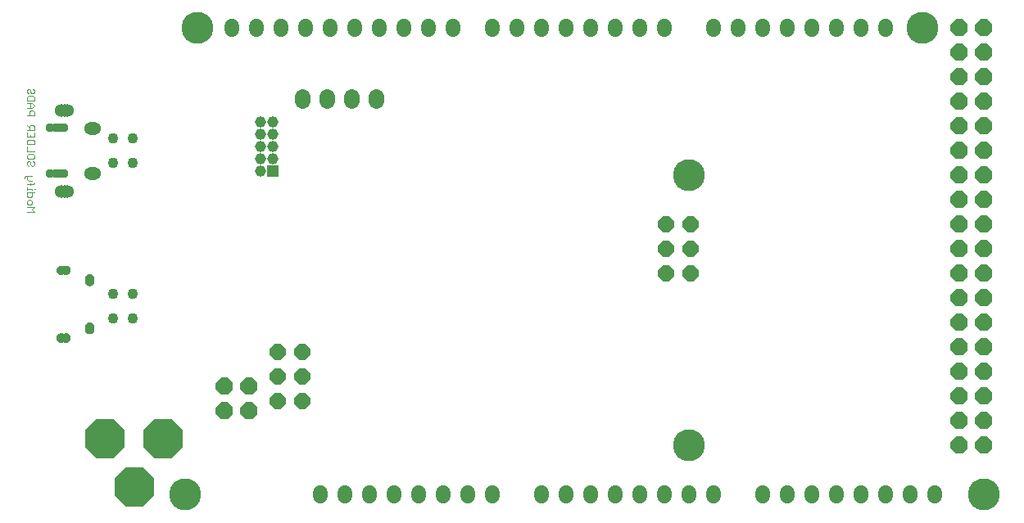
<source format=gbr>
G04 EAGLE Gerber RS-274X export*
G75*
%MOMM*%
%FSLAX34Y34*%
%LPD*%
%INSoldermask Bottom*%
%IPPOS*%
%AMOC8*
5,1,8,0,0,1.08239X$1,22.5*%
G01*
%ADD10C,3.301600*%
%ADD11P,1.787675X8X292.500000*%
%ADD12C,1.524000*%
%ADD13P,4.439531X8X202.500000*%
%ADD14P,4.439531X8X112.500000*%
%ADD15C,2.051600*%
%ADD16P,1.924489X8X292.500000*%
%ADD17C,1.358800*%
%ADD18C,1.371600*%
%ADD19C,0.076200*%
%ADD20C,0.951600*%
%ADD21P,1.787675X8X112.500000*%
%ADD22P,1.924489X8X202.500000*%
%ADD23R,1.158800X1.158800*%
%ADD24C,1.158800*%
%ADD25C,0.475000*%
%ADD26C,1.601600*%
%ADD27C,1.101600*%


D10*
X965200Y25400D03*
X152400Y508000D03*
X901700Y508000D03*
X139700Y25400D03*
X660400Y355600D03*
X660400Y76200D03*
D11*
X636270Y304800D03*
X661670Y304800D03*
X636270Y279400D03*
X661670Y279400D03*
X636270Y254000D03*
X661670Y254000D03*
D12*
X635000Y506222D02*
X635000Y509778D01*
X609600Y509778D02*
X609600Y506222D01*
X584200Y506222D02*
X584200Y509778D01*
X558800Y509778D02*
X558800Y506222D01*
X533400Y506222D02*
X533400Y509778D01*
X508000Y509778D02*
X508000Y506222D01*
X482600Y506222D02*
X482600Y509778D01*
X457200Y509778D02*
X457200Y506222D01*
X416560Y506222D02*
X416560Y509778D01*
X391160Y509778D02*
X391160Y506222D01*
X365760Y506222D02*
X365760Y509778D01*
X340360Y509778D02*
X340360Y506222D01*
X314960Y506222D02*
X314960Y509778D01*
X289560Y509778D02*
X289560Y506222D01*
X264160Y506222D02*
X264160Y509778D01*
X238760Y509778D02*
X238760Y506222D01*
X213360Y506222D02*
X213360Y509778D01*
X187960Y509778D02*
X187960Y506222D01*
D13*
X86868Y33020D03*
D14*
X116840Y83058D03*
X56896Y83058D03*
D15*
X94488Y33020D03*
X79248Y33020D03*
X56896Y75438D03*
X56896Y90678D03*
X116840Y75438D03*
X116840Y90678D03*
D12*
X279400Y27178D02*
X279400Y23622D01*
X304800Y23622D02*
X304800Y27178D01*
X330200Y27178D02*
X330200Y23622D01*
X355600Y23622D02*
X355600Y27178D01*
X381000Y27178D02*
X381000Y23622D01*
X406400Y23622D02*
X406400Y27178D01*
X431800Y27178D02*
X431800Y23622D01*
X457200Y23622D02*
X457200Y27178D01*
X508000Y27178D02*
X508000Y23622D01*
X533400Y23622D02*
X533400Y27178D01*
X558800Y27178D02*
X558800Y23622D01*
X584200Y23622D02*
X584200Y27178D01*
X609600Y27178D02*
X609600Y23622D01*
X635000Y23622D02*
X635000Y27178D01*
X660400Y27178D02*
X660400Y23622D01*
X685800Y23622D02*
X685800Y27178D01*
X685800Y506222D02*
X685800Y509778D01*
X711200Y509778D02*
X711200Y506222D01*
X736600Y506222D02*
X736600Y509778D01*
X762000Y509778D02*
X762000Y506222D01*
X787400Y506222D02*
X787400Y509778D01*
X812800Y509778D02*
X812800Y506222D01*
X838200Y506222D02*
X838200Y509778D01*
X863600Y509778D02*
X863600Y506222D01*
X736600Y27178D02*
X736600Y23622D01*
X762000Y23622D02*
X762000Y27178D01*
X787400Y27178D02*
X787400Y23622D01*
X812800Y23622D02*
X812800Y27178D01*
X838200Y27178D02*
X838200Y23622D01*
X863600Y23622D02*
X863600Y27178D01*
X889000Y27178D02*
X889000Y23622D01*
X914400Y23622D02*
X914400Y27178D01*
D16*
X939800Y508000D03*
X965200Y508000D03*
X939800Y482600D03*
X965200Y482600D03*
X939800Y457200D03*
X965200Y457200D03*
X939800Y431800D03*
X965200Y431800D03*
X939800Y406400D03*
X965200Y406400D03*
X939800Y381000D03*
X965200Y381000D03*
X939800Y355600D03*
X965200Y355600D03*
X939800Y330200D03*
X965200Y330200D03*
X939800Y304800D03*
X965200Y304800D03*
X939800Y279400D03*
X965200Y279400D03*
X939800Y254000D03*
X965200Y254000D03*
X939800Y228600D03*
X965200Y228600D03*
X939800Y203200D03*
X965200Y203200D03*
X939800Y177800D03*
X965200Y177800D03*
X939800Y152400D03*
X965200Y152400D03*
X939800Y127000D03*
X965200Y127000D03*
X939800Y101600D03*
X965200Y101600D03*
X939800Y76200D03*
X965200Y76200D03*
D17*
X17526Y422750D03*
X14732Y422750D03*
X11938Y422750D03*
X17526Y339250D03*
X14732Y339250D03*
X11938Y339250D03*
D18*
X45470Y404500D03*
X42470Y404500D03*
X45470Y357500D03*
X42470Y357500D03*
D19*
X-16377Y317881D02*
X-23749Y317881D01*
X-18834Y320338D02*
X-16377Y317881D01*
X-18834Y320338D02*
X-16377Y322796D01*
X-23749Y322796D01*
X-23749Y326594D02*
X-23749Y329051D01*
X-22520Y330280D01*
X-20063Y330280D01*
X-18834Y329051D01*
X-18834Y326594D01*
X-20063Y325365D01*
X-22520Y325365D01*
X-23749Y326594D01*
X-23749Y337764D02*
X-16377Y337764D01*
X-23749Y337764D02*
X-23749Y334078D01*
X-22520Y332849D01*
X-20063Y332849D01*
X-18834Y334078D01*
X-18834Y337764D01*
X-18834Y340333D02*
X-18834Y341562D01*
X-23749Y341562D01*
X-23749Y340333D02*
X-23749Y342791D01*
X-16377Y341562D02*
X-15148Y341562D01*
X-17605Y346552D02*
X-23749Y346552D01*
X-17605Y346552D02*
X-16377Y347780D01*
X-20063Y347780D02*
X-20063Y345323D01*
X-18834Y350312D02*
X-22520Y350312D01*
X-23749Y351541D01*
X-23749Y355227D01*
X-24978Y355227D02*
X-18834Y355227D01*
X-24978Y355227D02*
X-26206Y353998D01*
X-26206Y352770D01*
X-16377Y368967D02*
X-17605Y370196D01*
X-16377Y368967D02*
X-16377Y366509D01*
X-17605Y365281D01*
X-18834Y365281D01*
X-20063Y366509D01*
X-20063Y368967D01*
X-21292Y370196D01*
X-22520Y370196D01*
X-23749Y368967D01*
X-23749Y366509D01*
X-22520Y365281D01*
X-16377Y373994D02*
X-16377Y376451D01*
X-16377Y373994D02*
X-17605Y372765D01*
X-22520Y372765D01*
X-23749Y373994D01*
X-23749Y376451D01*
X-22520Y377680D01*
X-17605Y377680D01*
X-16377Y376451D01*
X-16377Y380249D02*
X-23749Y380249D01*
X-23749Y385164D01*
X-23749Y387733D02*
X-16377Y387733D01*
X-23749Y387733D02*
X-23749Y391419D01*
X-22520Y392648D01*
X-17605Y392648D01*
X-16377Y391419D01*
X-16377Y387733D01*
X-16377Y395217D02*
X-16377Y400132D01*
X-16377Y395217D02*
X-23749Y395217D01*
X-23749Y400132D01*
X-20063Y397675D02*
X-20063Y395217D01*
X-23749Y402701D02*
X-16377Y402701D01*
X-16377Y406388D01*
X-17605Y407616D01*
X-20063Y407616D01*
X-21292Y406388D01*
X-21292Y402701D01*
X-21292Y405159D02*
X-23749Y407616D01*
X-23749Y417670D02*
X-16377Y417670D01*
X-16377Y421356D01*
X-17605Y422585D01*
X-20063Y422585D01*
X-21292Y421356D01*
X-21292Y417670D01*
X-23749Y425154D02*
X-18834Y425154D01*
X-16377Y427611D01*
X-18834Y430069D01*
X-23749Y430069D01*
X-20063Y430069D02*
X-20063Y425154D01*
X-16377Y432638D02*
X-23749Y432638D01*
X-23749Y436324D01*
X-22520Y437553D01*
X-17605Y437553D01*
X-16377Y436324D01*
X-16377Y432638D01*
X-16377Y443808D02*
X-17605Y445037D01*
X-16377Y443808D02*
X-16377Y441351D01*
X-17605Y440122D01*
X-18834Y440122D01*
X-20063Y441351D01*
X-20063Y443808D01*
X-21292Y445037D01*
X-22520Y445037D01*
X-23749Y443808D01*
X-23749Y441351D01*
X-22520Y440122D01*
D20*
X13970Y404750D03*
X13970Y357250D03*
X-30Y404750D03*
X-30Y357250D03*
X9970Y404750D03*
X9970Y357250D03*
X5970Y357250D03*
X5970Y404750D03*
D21*
X260588Y121920D03*
X235188Y121920D03*
X260588Y147320D03*
X235188Y147320D03*
X260588Y172720D03*
X235188Y172720D03*
D22*
X205756Y137668D03*
X205756Y112268D03*
X180356Y137668D03*
X180356Y112268D03*
D23*
X229870Y359664D03*
D24*
X217170Y359664D03*
X229870Y372364D03*
X217170Y372364D03*
X229870Y385064D03*
X217170Y385064D03*
X229870Y397764D03*
X217170Y397764D03*
X229870Y410464D03*
X217170Y410464D03*
D25*
X38519Y248412D02*
X38521Y248509D01*
X38527Y248606D01*
X38537Y248702D01*
X38551Y248798D01*
X38568Y248893D01*
X38590Y248988D01*
X38615Y249081D01*
X38644Y249174D01*
X38677Y249265D01*
X38714Y249354D01*
X38754Y249442D01*
X38798Y249529D01*
X38845Y249613D01*
X38896Y249696D01*
X38950Y249776D01*
X39007Y249855D01*
X39068Y249930D01*
X39131Y250004D01*
X39198Y250074D01*
X39267Y250142D01*
X39339Y250207D01*
X39413Y250269D01*
X39490Y250328D01*
X39569Y250383D01*
X39651Y250436D01*
X39735Y250485D01*
X39820Y250530D01*
X39907Y250572D01*
X39996Y250611D01*
X40087Y250646D01*
X40179Y250677D01*
X40272Y250704D01*
X40366Y250727D01*
X40460Y250747D01*
X40556Y250763D01*
X40652Y250775D01*
X40749Y250783D01*
X40846Y250787D01*
X40942Y250787D01*
X41039Y250783D01*
X41136Y250775D01*
X41232Y250763D01*
X41328Y250747D01*
X41422Y250727D01*
X41516Y250704D01*
X41609Y250677D01*
X41701Y250646D01*
X41792Y250611D01*
X41881Y250572D01*
X41968Y250530D01*
X42053Y250485D01*
X42137Y250436D01*
X42219Y250383D01*
X42298Y250328D01*
X42375Y250269D01*
X42449Y250207D01*
X42521Y250142D01*
X42590Y250074D01*
X42657Y250004D01*
X42720Y249930D01*
X42781Y249855D01*
X42838Y249776D01*
X42892Y249696D01*
X42943Y249613D01*
X42990Y249529D01*
X43034Y249442D01*
X43074Y249354D01*
X43111Y249265D01*
X43144Y249174D01*
X43173Y249081D01*
X43198Y248988D01*
X43220Y248893D01*
X43237Y248798D01*
X43251Y248702D01*
X43261Y248606D01*
X43267Y248509D01*
X43269Y248412D01*
X43267Y248315D01*
X43261Y248218D01*
X43251Y248122D01*
X43237Y248026D01*
X43220Y247931D01*
X43198Y247836D01*
X43173Y247743D01*
X43144Y247650D01*
X43111Y247559D01*
X43074Y247470D01*
X43034Y247382D01*
X42990Y247295D01*
X42943Y247211D01*
X42892Y247128D01*
X42838Y247048D01*
X42781Y246969D01*
X42720Y246894D01*
X42657Y246820D01*
X42590Y246750D01*
X42521Y246682D01*
X42449Y246617D01*
X42375Y246555D01*
X42298Y246496D01*
X42219Y246441D01*
X42137Y246388D01*
X42053Y246339D01*
X41968Y246294D01*
X41881Y246252D01*
X41792Y246213D01*
X41701Y246178D01*
X41609Y246147D01*
X41516Y246120D01*
X41422Y246097D01*
X41328Y246077D01*
X41232Y246061D01*
X41136Y246049D01*
X41039Y246041D01*
X40942Y246037D01*
X40846Y246037D01*
X40749Y246041D01*
X40652Y246049D01*
X40556Y246061D01*
X40460Y246077D01*
X40366Y246097D01*
X40272Y246120D01*
X40179Y246147D01*
X40087Y246178D01*
X39996Y246213D01*
X39907Y246252D01*
X39820Y246294D01*
X39735Y246339D01*
X39651Y246388D01*
X39569Y246441D01*
X39490Y246496D01*
X39413Y246555D01*
X39339Y246617D01*
X39267Y246682D01*
X39198Y246750D01*
X39131Y246820D01*
X39068Y246894D01*
X39007Y246969D01*
X38950Y247048D01*
X38896Y247128D01*
X38845Y247211D01*
X38798Y247295D01*
X38754Y247382D01*
X38714Y247470D01*
X38677Y247559D01*
X38644Y247650D01*
X38615Y247743D01*
X38590Y247836D01*
X38568Y247931D01*
X38551Y248026D01*
X38537Y248122D01*
X38527Y248218D01*
X38521Y248315D01*
X38519Y248412D01*
X38519Y245872D02*
X38521Y245969D01*
X38527Y246066D01*
X38537Y246162D01*
X38551Y246258D01*
X38568Y246353D01*
X38590Y246448D01*
X38615Y246541D01*
X38644Y246634D01*
X38677Y246725D01*
X38714Y246814D01*
X38754Y246902D01*
X38798Y246989D01*
X38845Y247073D01*
X38896Y247156D01*
X38950Y247236D01*
X39007Y247315D01*
X39068Y247390D01*
X39131Y247464D01*
X39198Y247534D01*
X39267Y247602D01*
X39339Y247667D01*
X39413Y247729D01*
X39490Y247788D01*
X39569Y247843D01*
X39651Y247896D01*
X39735Y247945D01*
X39820Y247990D01*
X39907Y248032D01*
X39996Y248071D01*
X40087Y248106D01*
X40179Y248137D01*
X40272Y248164D01*
X40366Y248187D01*
X40460Y248207D01*
X40556Y248223D01*
X40652Y248235D01*
X40749Y248243D01*
X40846Y248247D01*
X40942Y248247D01*
X41039Y248243D01*
X41136Y248235D01*
X41232Y248223D01*
X41328Y248207D01*
X41422Y248187D01*
X41516Y248164D01*
X41609Y248137D01*
X41701Y248106D01*
X41792Y248071D01*
X41881Y248032D01*
X41968Y247990D01*
X42053Y247945D01*
X42137Y247896D01*
X42219Y247843D01*
X42298Y247788D01*
X42375Y247729D01*
X42449Y247667D01*
X42521Y247602D01*
X42590Y247534D01*
X42657Y247464D01*
X42720Y247390D01*
X42781Y247315D01*
X42838Y247236D01*
X42892Y247156D01*
X42943Y247073D01*
X42990Y246989D01*
X43034Y246902D01*
X43074Y246814D01*
X43111Y246725D01*
X43144Y246634D01*
X43173Y246541D01*
X43198Y246448D01*
X43220Y246353D01*
X43237Y246258D01*
X43251Y246162D01*
X43261Y246066D01*
X43267Y245969D01*
X43269Y245872D01*
X43267Y245775D01*
X43261Y245678D01*
X43251Y245582D01*
X43237Y245486D01*
X43220Y245391D01*
X43198Y245296D01*
X43173Y245203D01*
X43144Y245110D01*
X43111Y245019D01*
X43074Y244930D01*
X43034Y244842D01*
X42990Y244755D01*
X42943Y244671D01*
X42892Y244588D01*
X42838Y244508D01*
X42781Y244429D01*
X42720Y244354D01*
X42657Y244280D01*
X42590Y244210D01*
X42521Y244142D01*
X42449Y244077D01*
X42375Y244015D01*
X42298Y243956D01*
X42219Y243901D01*
X42137Y243848D01*
X42053Y243799D01*
X41968Y243754D01*
X41881Y243712D01*
X41792Y243673D01*
X41701Y243638D01*
X41609Y243607D01*
X41516Y243580D01*
X41422Y243557D01*
X41328Y243537D01*
X41232Y243521D01*
X41136Y243509D01*
X41039Y243501D01*
X40942Y243497D01*
X40846Y243497D01*
X40749Y243501D01*
X40652Y243509D01*
X40556Y243521D01*
X40460Y243537D01*
X40366Y243557D01*
X40272Y243580D01*
X40179Y243607D01*
X40087Y243638D01*
X39996Y243673D01*
X39907Y243712D01*
X39820Y243754D01*
X39735Y243799D01*
X39651Y243848D01*
X39569Y243901D01*
X39490Y243956D01*
X39413Y244015D01*
X39339Y244077D01*
X39267Y244142D01*
X39198Y244210D01*
X39131Y244280D01*
X39068Y244354D01*
X39007Y244429D01*
X38950Y244508D01*
X38896Y244588D01*
X38845Y244671D01*
X38798Y244755D01*
X38754Y244842D01*
X38714Y244930D01*
X38677Y245019D01*
X38644Y245110D01*
X38615Y245203D01*
X38590Y245296D01*
X38568Y245391D01*
X38551Y245486D01*
X38537Y245582D01*
X38527Y245678D01*
X38521Y245775D01*
X38519Y245872D01*
X38519Y198628D02*
X38521Y198725D01*
X38527Y198822D01*
X38537Y198918D01*
X38551Y199014D01*
X38568Y199109D01*
X38590Y199204D01*
X38615Y199297D01*
X38644Y199390D01*
X38677Y199481D01*
X38714Y199570D01*
X38754Y199658D01*
X38798Y199745D01*
X38845Y199829D01*
X38896Y199912D01*
X38950Y199992D01*
X39007Y200071D01*
X39068Y200146D01*
X39131Y200220D01*
X39198Y200290D01*
X39267Y200358D01*
X39339Y200423D01*
X39413Y200485D01*
X39490Y200544D01*
X39569Y200599D01*
X39651Y200652D01*
X39735Y200701D01*
X39820Y200746D01*
X39907Y200788D01*
X39996Y200827D01*
X40087Y200862D01*
X40179Y200893D01*
X40272Y200920D01*
X40366Y200943D01*
X40460Y200963D01*
X40556Y200979D01*
X40652Y200991D01*
X40749Y200999D01*
X40846Y201003D01*
X40942Y201003D01*
X41039Y200999D01*
X41136Y200991D01*
X41232Y200979D01*
X41328Y200963D01*
X41422Y200943D01*
X41516Y200920D01*
X41609Y200893D01*
X41701Y200862D01*
X41792Y200827D01*
X41881Y200788D01*
X41968Y200746D01*
X42053Y200701D01*
X42137Y200652D01*
X42219Y200599D01*
X42298Y200544D01*
X42375Y200485D01*
X42449Y200423D01*
X42521Y200358D01*
X42590Y200290D01*
X42657Y200220D01*
X42720Y200146D01*
X42781Y200071D01*
X42838Y199992D01*
X42892Y199912D01*
X42943Y199829D01*
X42990Y199745D01*
X43034Y199658D01*
X43074Y199570D01*
X43111Y199481D01*
X43144Y199390D01*
X43173Y199297D01*
X43198Y199204D01*
X43220Y199109D01*
X43237Y199014D01*
X43251Y198918D01*
X43261Y198822D01*
X43267Y198725D01*
X43269Y198628D01*
X43267Y198531D01*
X43261Y198434D01*
X43251Y198338D01*
X43237Y198242D01*
X43220Y198147D01*
X43198Y198052D01*
X43173Y197959D01*
X43144Y197866D01*
X43111Y197775D01*
X43074Y197686D01*
X43034Y197598D01*
X42990Y197511D01*
X42943Y197427D01*
X42892Y197344D01*
X42838Y197264D01*
X42781Y197185D01*
X42720Y197110D01*
X42657Y197036D01*
X42590Y196966D01*
X42521Y196898D01*
X42449Y196833D01*
X42375Y196771D01*
X42298Y196712D01*
X42219Y196657D01*
X42137Y196604D01*
X42053Y196555D01*
X41968Y196510D01*
X41881Y196468D01*
X41792Y196429D01*
X41701Y196394D01*
X41609Y196363D01*
X41516Y196336D01*
X41422Y196313D01*
X41328Y196293D01*
X41232Y196277D01*
X41136Y196265D01*
X41039Y196257D01*
X40942Y196253D01*
X40846Y196253D01*
X40749Y196257D01*
X40652Y196265D01*
X40556Y196277D01*
X40460Y196293D01*
X40366Y196313D01*
X40272Y196336D01*
X40179Y196363D01*
X40087Y196394D01*
X39996Y196429D01*
X39907Y196468D01*
X39820Y196510D01*
X39735Y196555D01*
X39651Y196604D01*
X39569Y196657D01*
X39490Y196712D01*
X39413Y196771D01*
X39339Y196833D01*
X39267Y196898D01*
X39198Y196966D01*
X39131Y197036D01*
X39068Y197110D01*
X39007Y197185D01*
X38950Y197264D01*
X38896Y197344D01*
X38845Y197427D01*
X38798Y197511D01*
X38754Y197598D01*
X38714Y197686D01*
X38677Y197775D01*
X38644Y197866D01*
X38615Y197959D01*
X38590Y198052D01*
X38568Y198147D01*
X38551Y198242D01*
X38537Y198338D01*
X38527Y198434D01*
X38521Y198531D01*
X38519Y198628D01*
X38519Y196088D02*
X38521Y196185D01*
X38527Y196282D01*
X38537Y196378D01*
X38551Y196474D01*
X38568Y196569D01*
X38590Y196664D01*
X38615Y196757D01*
X38644Y196850D01*
X38677Y196941D01*
X38714Y197030D01*
X38754Y197118D01*
X38798Y197205D01*
X38845Y197289D01*
X38896Y197372D01*
X38950Y197452D01*
X39007Y197531D01*
X39068Y197606D01*
X39131Y197680D01*
X39198Y197750D01*
X39267Y197818D01*
X39339Y197883D01*
X39413Y197945D01*
X39490Y198004D01*
X39569Y198059D01*
X39651Y198112D01*
X39735Y198161D01*
X39820Y198206D01*
X39907Y198248D01*
X39996Y198287D01*
X40087Y198322D01*
X40179Y198353D01*
X40272Y198380D01*
X40366Y198403D01*
X40460Y198423D01*
X40556Y198439D01*
X40652Y198451D01*
X40749Y198459D01*
X40846Y198463D01*
X40942Y198463D01*
X41039Y198459D01*
X41136Y198451D01*
X41232Y198439D01*
X41328Y198423D01*
X41422Y198403D01*
X41516Y198380D01*
X41609Y198353D01*
X41701Y198322D01*
X41792Y198287D01*
X41881Y198248D01*
X41968Y198206D01*
X42053Y198161D01*
X42137Y198112D01*
X42219Y198059D01*
X42298Y198004D01*
X42375Y197945D01*
X42449Y197883D01*
X42521Y197818D01*
X42590Y197750D01*
X42657Y197680D01*
X42720Y197606D01*
X42781Y197531D01*
X42838Y197452D01*
X42892Y197372D01*
X42943Y197289D01*
X42990Y197205D01*
X43034Y197118D01*
X43074Y197030D01*
X43111Y196941D01*
X43144Y196850D01*
X43173Y196757D01*
X43198Y196664D01*
X43220Y196569D01*
X43237Y196474D01*
X43251Y196378D01*
X43261Y196282D01*
X43267Y196185D01*
X43269Y196088D01*
X43267Y195991D01*
X43261Y195894D01*
X43251Y195798D01*
X43237Y195702D01*
X43220Y195607D01*
X43198Y195512D01*
X43173Y195419D01*
X43144Y195326D01*
X43111Y195235D01*
X43074Y195146D01*
X43034Y195058D01*
X42990Y194971D01*
X42943Y194887D01*
X42892Y194804D01*
X42838Y194724D01*
X42781Y194645D01*
X42720Y194570D01*
X42657Y194496D01*
X42590Y194426D01*
X42521Y194358D01*
X42449Y194293D01*
X42375Y194231D01*
X42298Y194172D01*
X42219Y194117D01*
X42137Y194064D01*
X42053Y194015D01*
X41968Y193970D01*
X41881Y193928D01*
X41792Y193889D01*
X41701Y193854D01*
X41609Y193823D01*
X41516Y193796D01*
X41422Y193773D01*
X41328Y193753D01*
X41232Y193737D01*
X41136Y193725D01*
X41039Y193717D01*
X40942Y193713D01*
X40846Y193713D01*
X40749Y193717D01*
X40652Y193725D01*
X40556Y193737D01*
X40460Y193753D01*
X40366Y193773D01*
X40272Y193796D01*
X40179Y193823D01*
X40087Y193854D01*
X39996Y193889D01*
X39907Y193928D01*
X39820Y193970D01*
X39735Y194015D01*
X39651Y194064D01*
X39569Y194117D01*
X39490Y194172D01*
X39413Y194231D01*
X39339Y194293D01*
X39267Y194358D01*
X39198Y194426D01*
X39131Y194496D01*
X39068Y194570D01*
X39007Y194645D01*
X38950Y194724D01*
X38896Y194804D01*
X38845Y194887D01*
X38798Y194971D01*
X38754Y195058D01*
X38714Y195146D01*
X38677Y195235D01*
X38644Y195326D01*
X38615Y195419D01*
X38590Y195512D01*
X38568Y195607D01*
X38551Y195702D01*
X38537Y195798D01*
X38527Y195894D01*
X38521Y195991D01*
X38519Y196088D01*
X9055Y257302D02*
X9057Y257399D01*
X9063Y257496D01*
X9073Y257592D01*
X9087Y257688D01*
X9104Y257783D01*
X9126Y257878D01*
X9151Y257971D01*
X9180Y258064D01*
X9213Y258155D01*
X9250Y258244D01*
X9290Y258332D01*
X9334Y258419D01*
X9381Y258503D01*
X9432Y258586D01*
X9486Y258666D01*
X9543Y258745D01*
X9604Y258820D01*
X9667Y258894D01*
X9734Y258964D01*
X9803Y259032D01*
X9875Y259097D01*
X9949Y259159D01*
X10026Y259218D01*
X10105Y259273D01*
X10187Y259326D01*
X10271Y259375D01*
X10356Y259420D01*
X10443Y259462D01*
X10532Y259501D01*
X10623Y259536D01*
X10715Y259567D01*
X10808Y259594D01*
X10902Y259617D01*
X10996Y259637D01*
X11092Y259653D01*
X11188Y259665D01*
X11285Y259673D01*
X11382Y259677D01*
X11478Y259677D01*
X11575Y259673D01*
X11672Y259665D01*
X11768Y259653D01*
X11864Y259637D01*
X11958Y259617D01*
X12052Y259594D01*
X12145Y259567D01*
X12237Y259536D01*
X12328Y259501D01*
X12417Y259462D01*
X12504Y259420D01*
X12589Y259375D01*
X12673Y259326D01*
X12755Y259273D01*
X12834Y259218D01*
X12911Y259159D01*
X12985Y259097D01*
X13057Y259032D01*
X13126Y258964D01*
X13193Y258894D01*
X13256Y258820D01*
X13317Y258745D01*
X13374Y258666D01*
X13428Y258586D01*
X13479Y258503D01*
X13526Y258419D01*
X13570Y258332D01*
X13610Y258244D01*
X13647Y258155D01*
X13680Y258064D01*
X13709Y257971D01*
X13734Y257878D01*
X13756Y257783D01*
X13773Y257688D01*
X13787Y257592D01*
X13797Y257496D01*
X13803Y257399D01*
X13805Y257302D01*
X13803Y257205D01*
X13797Y257108D01*
X13787Y257012D01*
X13773Y256916D01*
X13756Y256821D01*
X13734Y256726D01*
X13709Y256633D01*
X13680Y256540D01*
X13647Y256449D01*
X13610Y256360D01*
X13570Y256272D01*
X13526Y256185D01*
X13479Y256101D01*
X13428Y256018D01*
X13374Y255938D01*
X13317Y255859D01*
X13256Y255784D01*
X13193Y255710D01*
X13126Y255640D01*
X13057Y255572D01*
X12985Y255507D01*
X12911Y255445D01*
X12834Y255386D01*
X12755Y255331D01*
X12673Y255278D01*
X12589Y255229D01*
X12504Y255184D01*
X12417Y255142D01*
X12328Y255103D01*
X12237Y255068D01*
X12145Y255037D01*
X12052Y255010D01*
X11958Y254987D01*
X11864Y254967D01*
X11768Y254951D01*
X11672Y254939D01*
X11575Y254931D01*
X11478Y254927D01*
X11382Y254927D01*
X11285Y254931D01*
X11188Y254939D01*
X11092Y254951D01*
X10996Y254967D01*
X10902Y254987D01*
X10808Y255010D01*
X10715Y255037D01*
X10623Y255068D01*
X10532Y255103D01*
X10443Y255142D01*
X10356Y255184D01*
X10271Y255229D01*
X10187Y255278D01*
X10105Y255331D01*
X10026Y255386D01*
X9949Y255445D01*
X9875Y255507D01*
X9803Y255572D01*
X9734Y255640D01*
X9667Y255710D01*
X9604Y255784D01*
X9543Y255859D01*
X9486Y255938D01*
X9432Y256018D01*
X9381Y256101D01*
X9334Y256185D01*
X9290Y256272D01*
X9250Y256360D01*
X9213Y256449D01*
X9180Y256540D01*
X9151Y256633D01*
X9126Y256726D01*
X9104Y256821D01*
X9087Y256916D01*
X9073Y257012D01*
X9063Y257108D01*
X9057Y257205D01*
X9055Y257302D01*
X14135Y257302D02*
X14137Y257399D01*
X14143Y257496D01*
X14153Y257592D01*
X14167Y257688D01*
X14184Y257783D01*
X14206Y257878D01*
X14231Y257971D01*
X14260Y258064D01*
X14293Y258155D01*
X14330Y258244D01*
X14370Y258332D01*
X14414Y258419D01*
X14461Y258503D01*
X14512Y258586D01*
X14566Y258666D01*
X14623Y258745D01*
X14684Y258820D01*
X14747Y258894D01*
X14814Y258964D01*
X14883Y259032D01*
X14955Y259097D01*
X15029Y259159D01*
X15106Y259218D01*
X15185Y259273D01*
X15267Y259326D01*
X15351Y259375D01*
X15436Y259420D01*
X15523Y259462D01*
X15612Y259501D01*
X15703Y259536D01*
X15795Y259567D01*
X15888Y259594D01*
X15982Y259617D01*
X16076Y259637D01*
X16172Y259653D01*
X16268Y259665D01*
X16365Y259673D01*
X16462Y259677D01*
X16558Y259677D01*
X16655Y259673D01*
X16752Y259665D01*
X16848Y259653D01*
X16944Y259637D01*
X17038Y259617D01*
X17132Y259594D01*
X17225Y259567D01*
X17317Y259536D01*
X17408Y259501D01*
X17497Y259462D01*
X17584Y259420D01*
X17669Y259375D01*
X17753Y259326D01*
X17835Y259273D01*
X17914Y259218D01*
X17991Y259159D01*
X18065Y259097D01*
X18137Y259032D01*
X18206Y258964D01*
X18273Y258894D01*
X18336Y258820D01*
X18397Y258745D01*
X18454Y258666D01*
X18508Y258586D01*
X18559Y258503D01*
X18606Y258419D01*
X18650Y258332D01*
X18690Y258244D01*
X18727Y258155D01*
X18760Y258064D01*
X18789Y257971D01*
X18814Y257878D01*
X18836Y257783D01*
X18853Y257688D01*
X18867Y257592D01*
X18877Y257496D01*
X18883Y257399D01*
X18885Y257302D01*
X18883Y257205D01*
X18877Y257108D01*
X18867Y257012D01*
X18853Y256916D01*
X18836Y256821D01*
X18814Y256726D01*
X18789Y256633D01*
X18760Y256540D01*
X18727Y256449D01*
X18690Y256360D01*
X18650Y256272D01*
X18606Y256185D01*
X18559Y256101D01*
X18508Y256018D01*
X18454Y255938D01*
X18397Y255859D01*
X18336Y255784D01*
X18273Y255710D01*
X18206Y255640D01*
X18137Y255572D01*
X18065Y255507D01*
X17991Y255445D01*
X17914Y255386D01*
X17835Y255331D01*
X17753Y255278D01*
X17669Y255229D01*
X17584Y255184D01*
X17497Y255142D01*
X17408Y255103D01*
X17317Y255068D01*
X17225Y255037D01*
X17132Y255010D01*
X17038Y254987D01*
X16944Y254967D01*
X16848Y254951D01*
X16752Y254939D01*
X16655Y254931D01*
X16558Y254927D01*
X16462Y254927D01*
X16365Y254931D01*
X16268Y254939D01*
X16172Y254951D01*
X16076Y254967D01*
X15982Y254987D01*
X15888Y255010D01*
X15795Y255037D01*
X15703Y255068D01*
X15612Y255103D01*
X15523Y255142D01*
X15436Y255184D01*
X15351Y255229D01*
X15267Y255278D01*
X15185Y255331D01*
X15106Y255386D01*
X15029Y255445D01*
X14955Y255507D01*
X14883Y255572D01*
X14814Y255640D01*
X14747Y255710D01*
X14684Y255784D01*
X14623Y255859D01*
X14566Y255938D01*
X14512Y256018D01*
X14461Y256101D01*
X14414Y256185D01*
X14370Y256272D01*
X14330Y256360D01*
X14293Y256449D01*
X14260Y256540D01*
X14231Y256633D01*
X14206Y256726D01*
X14184Y256821D01*
X14167Y256916D01*
X14153Y257012D01*
X14143Y257108D01*
X14137Y257205D01*
X14135Y257302D01*
X9055Y187198D02*
X9057Y187295D01*
X9063Y187392D01*
X9073Y187488D01*
X9087Y187584D01*
X9104Y187679D01*
X9126Y187774D01*
X9151Y187867D01*
X9180Y187960D01*
X9213Y188051D01*
X9250Y188140D01*
X9290Y188228D01*
X9334Y188315D01*
X9381Y188399D01*
X9432Y188482D01*
X9486Y188562D01*
X9543Y188641D01*
X9604Y188716D01*
X9667Y188790D01*
X9734Y188860D01*
X9803Y188928D01*
X9875Y188993D01*
X9949Y189055D01*
X10026Y189114D01*
X10105Y189169D01*
X10187Y189222D01*
X10271Y189271D01*
X10356Y189316D01*
X10443Y189358D01*
X10532Y189397D01*
X10623Y189432D01*
X10715Y189463D01*
X10808Y189490D01*
X10902Y189513D01*
X10996Y189533D01*
X11092Y189549D01*
X11188Y189561D01*
X11285Y189569D01*
X11382Y189573D01*
X11478Y189573D01*
X11575Y189569D01*
X11672Y189561D01*
X11768Y189549D01*
X11864Y189533D01*
X11958Y189513D01*
X12052Y189490D01*
X12145Y189463D01*
X12237Y189432D01*
X12328Y189397D01*
X12417Y189358D01*
X12504Y189316D01*
X12589Y189271D01*
X12673Y189222D01*
X12755Y189169D01*
X12834Y189114D01*
X12911Y189055D01*
X12985Y188993D01*
X13057Y188928D01*
X13126Y188860D01*
X13193Y188790D01*
X13256Y188716D01*
X13317Y188641D01*
X13374Y188562D01*
X13428Y188482D01*
X13479Y188399D01*
X13526Y188315D01*
X13570Y188228D01*
X13610Y188140D01*
X13647Y188051D01*
X13680Y187960D01*
X13709Y187867D01*
X13734Y187774D01*
X13756Y187679D01*
X13773Y187584D01*
X13787Y187488D01*
X13797Y187392D01*
X13803Y187295D01*
X13805Y187198D01*
X13803Y187101D01*
X13797Y187004D01*
X13787Y186908D01*
X13773Y186812D01*
X13756Y186717D01*
X13734Y186622D01*
X13709Y186529D01*
X13680Y186436D01*
X13647Y186345D01*
X13610Y186256D01*
X13570Y186168D01*
X13526Y186081D01*
X13479Y185997D01*
X13428Y185914D01*
X13374Y185834D01*
X13317Y185755D01*
X13256Y185680D01*
X13193Y185606D01*
X13126Y185536D01*
X13057Y185468D01*
X12985Y185403D01*
X12911Y185341D01*
X12834Y185282D01*
X12755Y185227D01*
X12673Y185174D01*
X12589Y185125D01*
X12504Y185080D01*
X12417Y185038D01*
X12328Y184999D01*
X12237Y184964D01*
X12145Y184933D01*
X12052Y184906D01*
X11958Y184883D01*
X11864Y184863D01*
X11768Y184847D01*
X11672Y184835D01*
X11575Y184827D01*
X11478Y184823D01*
X11382Y184823D01*
X11285Y184827D01*
X11188Y184835D01*
X11092Y184847D01*
X10996Y184863D01*
X10902Y184883D01*
X10808Y184906D01*
X10715Y184933D01*
X10623Y184964D01*
X10532Y184999D01*
X10443Y185038D01*
X10356Y185080D01*
X10271Y185125D01*
X10187Y185174D01*
X10105Y185227D01*
X10026Y185282D01*
X9949Y185341D01*
X9875Y185403D01*
X9803Y185468D01*
X9734Y185536D01*
X9667Y185606D01*
X9604Y185680D01*
X9543Y185755D01*
X9486Y185834D01*
X9432Y185914D01*
X9381Y185997D01*
X9334Y186081D01*
X9290Y186168D01*
X9250Y186256D01*
X9213Y186345D01*
X9180Y186436D01*
X9151Y186529D01*
X9126Y186622D01*
X9104Y186717D01*
X9087Y186812D01*
X9073Y186908D01*
X9063Y187004D01*
X9057Y187101D01*
X9055Y187198D01*
X14135Y187198D02*
X14137Y187295D01*
X14143Y187392D01*
X14153Y187488D01*
X14167Y187584D01*
X14184Y187679D01*
X14206Y187774D01*
X14231Y187867D01*
X14260Y187960D01*
X14293Y188051D01*
X14330Y188140D01*
X14370Y188228D01*
X14414Y188315D01*
X14461Y188399D01*
X14512Y188482D01*
X14566Y188562D01*
X14623Y188641D01*
X14684Y188716D01*
X14747Y188790D01*
X14814Y188860D01*
X14883Y188928D01*
X14955Y188993D01*
X15029Y189055D01*
X15106Y189114D01*
X15185Y189169D01*
X15267Y189222D01*
X15351Y189271D01*
X15436Y189316D01*
X15523Y189358D01*
X15612Y189397D01*
X15703Y189432D01*
X15795Y189463D01*
X15888Y189490D01*
X15982Y189513D01*
X16076Y189533D01*
X16172Y189549D01*
X16268Y189561D01*
X16365Y189569D01*
X16462Y189573D01*
X16558Y189573D01*
X16655Y189569D01*
X16752Y189561D01*
X16848Y189549D01*
X16944Y189533D01*
X17038Y189513D01*
X17132Y189490D01*
X17225Y189463D01*
X17317Y189432D01*
X17408Y189397D01*
X17497Y189358D01*
X17584Y189316D01*
X17669Y189271D01*
X17753Y189222D01*
X17835Y189169D01*
X17914Y189114D01*
X17991Y189055D01*
X18065Y188993D01*
X18137Y188928D01*
X18206Y188860D01*
X18273Y188790D01*
X18336Y188716D01*
X18397Y188641D01*
X18454Y188562D01*
X18508Y188482D01*
X18559Y188399D01*
X18606Y188315D01*
X18650Y188228D01*
X18690Y188140D01*
X18727Y188051D01*
X18760Y187960D01*
X18789Y187867D01*
X18814Y187774D01*
X18836Y187679D01*
X18853Y187584D01*
X18867Y187488D01*
X18877Y187392D01*
X18883Y187295D01*
X18885Y187198D01*
X18883Y187101D01*
X18877Y187004D01*
X18867Y186908D01*
X18853Y186812D01*
X18836Y186717D01*
X18814Y186622D01*
X18789Y186529D01*
X18760Y186436D01*
X18727Y186345D01*
X18690Y186256D01*
X18650Y186168D01*
X18606Y186081D01*
X18559Y185997D01*
X18508Y185914D01*
X18454Y185834D01*
X18397Y185755D01*
X18336Y185680D01*
X18273Y185606D01*
X18206Y185536D01*
X18137Y185468D01*
X18065Y185403D01*
X17991Y185341D01*
X17914Y185282D01*
X17835Y185227D01*
X17753Y185174D01*
X17669Y185125D01*
X17584Y185080D01*
X17497Y185038D01*
X17408Y184999D01*
X17317Y184964D01*
X17225Y184933D01*
X17132Y184906D01*
X17038Y184883D01*
X16944Y184863D01*
X16848Y184847D01*
X16752Y184835D01*
X16655Y184827D01*
X16558Y184823D01*
X16462Y184823D01*
X16365Y184827D01*
X16268Y184835D01*
X16172Y184847D01*
X16076Y184863D01*
X15982Y184883D01*
X15888Y184906D01*
X15795Y184933D01*
X15703Y184964D01*
X15612Y184999D01*
X15523Y185038D01*
X15436Y185080D01*
X15351Y185125D01*
X15267Y185174D01*
X15185Y185227D01*
X15106Y185282D01*
X15029Y185341D01*
X14955Y185403D01*
X14883Y185468D01*
X14814Y185536D01*
X14747Y185606D01*
X14684Y185680D01*
X14623Y185755D01*
X14566Y185834D01*
X14512Y185914D01*
X14461Y185997D01*
X14414Y186081D01*
X14370Y186168D01*
X14330Y186256D01*
X14293Y186345D01*
X14260Y186436D01*
X14231Y186529D01*
X14206Y186622D01*
X14184Y186717D01*
X14167Y186812D01*
X14153Y186908D01*
X14143Y187004D01*
X14137Y187101D01*
X14135Y187198D01*
D26*
X336550Y432973D02*
X336550Y436723D01*
X311150Y436723D02*
X311150Y432973D01*
X285750Y432973D02*
X285750Y436723D01*
X260350Y436723D02*
X260350Y432973D01*
D27*
X65000Y393700D03*
X85290Y368300D03*
X85290Y393700D03*
X65000Y368300D03*
X85290Y207264D03*
X65000Y207264D03*
X65000Y232664D03*
X85290Y232664D03*
M02*

</source>
